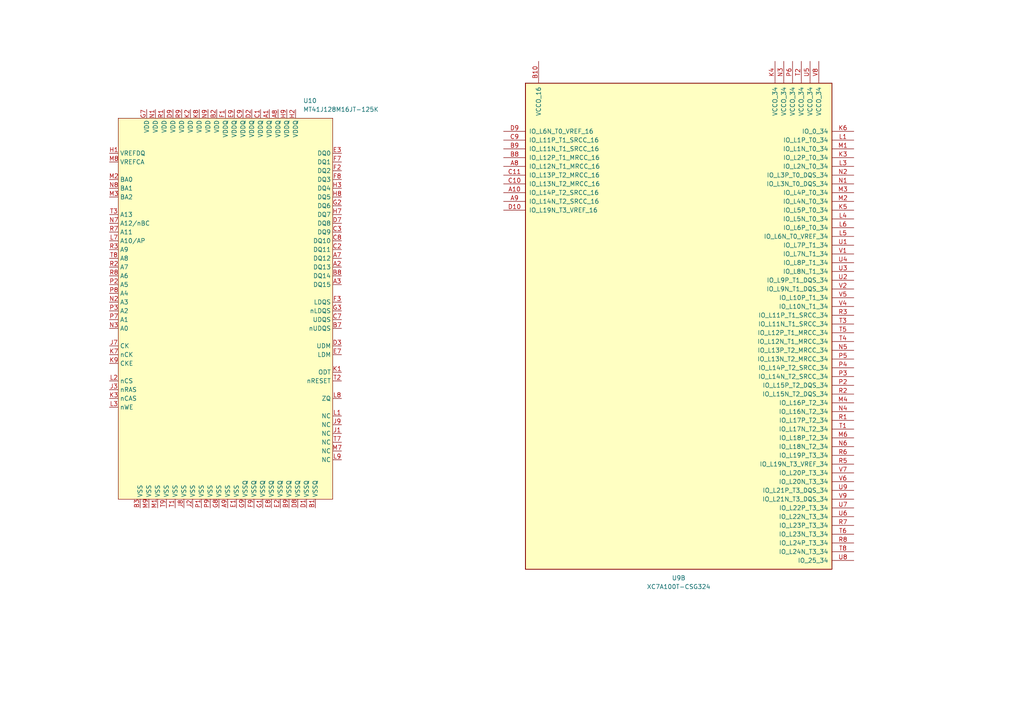
<source format=kicad_sch>
(kicad_sch (version 20230121) (generator eeschema)
  (paper "A4")
  (lib_symbols
    (symbol "0000_CustomComponents:MT41J128M16JT-125K"
      (property "Reference" "U" (at 1.27 24.13 0))
      (property "Value" "MT41J128M16JT-125K" (at 1.27 21.59 0))
      (symbol "MT41J128M16JT-125K_1_1"
        (rectangle (start -29.21 6.35) (end 33.02 -104.14) (fill (type background)))
        (pin passive line (at 14.605 8.89 270) (length 2.54) (name "VDDQ") (number "A1"))
        (pin passive line (at 35.56 -36.83 180) (length 2.54) (name "DQ13") (number "A2"))
        (pin passive line (at 35.56 -41.91 180) (length 2.54) (name "DQ15") (number "A3"))
        (pin passive line (at 35.56 -34.29 180) (length 2.54) (name "DQ12") (number "A7"))
        (pin passive line (at 17.145 8.89 270) (length 2.54) (name "VDDQ") (number "A8"))
        (pin passive line (at 2.54 -106.68 90) (length 2.54) (name "VSS") (number "A9"))
        (pin passive line (at 27.94 -106.68 90) (length 2.54) (name "VSSQ") (number "B1"))
        (pin passive line (at -0.635 8.89 270) (length 2.54) (name "VDD") (number "B2"))
        (pin passive line (at -22.86 -106.68 90) (length 2.54) (name "VSS") (number "B3"))
        (pin passive line (at 35.56 -54.61 180) (length 2.54) (name "nUDQS") (number "B7"))
        (pin passive line (at 35.56 -39.37 180) (length 2.54) (name "DQ14") (number "B8"))
        (pin passive line (at 20.32 -106.68 90) (length 2.54) (name "VSSQ") (number "B9"))
        (pin passive line (at 12.065 8.89 270) (length 2.54) (name "VDDQ") (number "C1"))
        (pin passive line (at 35.56 -31.75 180) (length 2.54) (name "DQ11") (number "C2"))
        (pin passive line (at 35.56 -26.67 180) (length 2.54) (name "DQ9") (number "C3"))
        (pin passive line (at 35.56 -52.07 180) (length 2.54) (name "UDQS") (number "C7"))
        (pin passive line (at 35.56 -29.21 180) (length 2.54) (name "DQ10") (number "C8"))
        (pin passive line (at 6.985 8.89 270) (length 2.54) (name "VDDQ") (number "C9"))
        (pin passive line (at 25.4 -106.68 90) (length 2.54) (name "VSSQ") (number "D1"))
        (pin passive line (at 9.525 8.89 270) (length 2.54) (name "VDDQ") (number "D2"))
        (pin passive line (at 35.56 -59.69 180) (length 2.54) (name "UDM") (number "D3"))
        (pin passive line (at 35.56 -24.13 180) (length 2.54) (name "DQ8") (number "D7"))
        (pin passive line (at 22.86 -106.68 90) (length 2.54) (name "VSSQ") (number "D8"))
        (pin passive line (at -13.335 8.89 270) (length 2.54) (name "VDD") (number "D9"))
        (pin passive line (at 5.08 -106.68 90) (length 2.54) (name "VSS") (number "E1"))
        (pin passive line (at 17.78 -106.68 90) (length 2.54) (name "VSSQ") (number "E2"))
        (pin passive line (at 35.56 -3.81 180) (length 2.54) (name "DQ0") (number "E3"))
        (pin passive line (at 35.56 -62.23 180) (length 2.54) (name "LDM") (number "E7"))
        (pin passive line (at 15.24 -106.68 90) (length 2.54) (name "VSSQ") (number "E8"))
        (pin passive line (at 4.445 8.89 270) (length 2.54) (name "VDDQ") (number "E9"))
        (pin passive line (at 1.905 8.89 270) (length 2.54) (name "VDDQ") (number "F1"))
        (pin passive line (at 35.56 -8.89 180) (length 2.54) (name "DQ2") (number "F2"))
        (pin passive line (at 35.56 -46.99 180) (length 2.54) (name "LDQS") (number "F3"))
        (pin passive line (at 35.56 -6.35 180) (length 2.54) (name "DQ1") (number "F7"))
        (pin passive line (at 35.56 -11.43 180) (length 2.54) (name "DQ3") (number "F8"))
        (pin passive line (at 10.16 -106.68 90) (length 2.54) (name "VSSQ") (number "F9"))
        (pin passive line (at 12.7 -106.68 90) (length 2.54) (name "VSSQ") (number "G1"))
        (pin passive line (at 35.56 -19.05 180) (length 2.54) (name "DQ6") (number "G2"))
        (pin passive line (at 35.56 -49.53 180) (length 2.54) (name "nLDQS") (number "G3"))
        (pin passive line (at -20.955 8.89 270) (length 2.54) (name "VDD") (number "G7"))
        (pin passive line (at 0 -106.68 90) (length 2.54) (name "VSS") (number "G8"))
        (pin passive line (at 7.62 -106.68 90) (length 2.54) (name "VSSQ") (number "G9"))
        (pin passive line (at -31.75 -3.81 0) (length 2.54) (name "VREFDQ") (number "H1"))
        (pin passive line (at 22.225 8.89 270) (length 2.54) (name "VDDQ") (number "H2"))
        (pin passive line (at 35.56 -13.97 180) (length 2.54) (name "DQ4") (number "H3"))
        (pin passive line (at 35.56 -21.59 180) (length 2.54) (name "DQ7") (number "H7"))
        (pin passive line (at 35.56 -16.51 180) (length 2.54) (name "DQ5") (number "H8"))
        (pin passive line (at 19.685 8.89 270) (length 2.54) (name "VDDQ") (number "H9"))
        (pin passive line (at 35.56 -85.09 180) (length 2.54) (name "NC") (number "J1"))
        (pin passive line (at -7.62 -106.68 90) (length 2.54) (name "VSS") (number "J2"))
        (pin passive line (at -31.75 -72.39 0) (length 2.54) (name "nRAS") (number "J3"))
        (pin passive line (at -31.75 -59.69 0) (length 2.54) (name "CK") (number "J7"))
        (pin passive line (at -10.16 -106.68 90) (length 2.54) (name "VSS") (number "J8"))
        (pin passive line (at 35.56 -82.55 180) (length 2.54) (name "NC") (number "J9"))
        (pin passive line (at 35.56 -67.31 180) (length 2.54) (name "ODT") (number "K1"))
        (pin passive line (at -8.255 8.89 270) (length 2.54) (name "VDD") (number "K2"))
        (pin passive line (at -31.75 -74.93 0) (length 2.54) (name "nCAS") (number "K3"))
        (pin passive line (at -31.75 -62.23 0) (length 2.54) (name "nCK") (number "K7"))
        (pin passive line (at -5.715 8.89 270) (length 2.54) (name "VDD") (number "K8"))
        (pin passive line (at -31.75 -64.77 0) (length 2.54) (name "CKE") (number "K9"))
        (pin passive line (at 35.56 -80.01 180) (length 2.54) (name "NC") (number "L1"))
        (pin passive line (at -31.75 -69.85 0) (length 2.54) (name "nCS") (number "L2"))
        (pin passive line (at -31.75 -77.47 0) (length 2.54) (name "nWE") (number "L3"))
        (pin passive line (at -31.75 -29.21 0) (length 2.54) (name "A10/AP") (number "L7"))
        (pin passive line (at 35.56 -74.93 180) (length 2.54) (name "ZQ") (number "L8"))
        (pin passive line (at 35.56 -92.71 180) (length 2.54) (name "NC") (number "L9"))
        (pin passive line (at -17.78 -106.68 90) (length 2.54) (name "VSS") (number "M1"))
        (pin passive line (at -31.75 -11.43 0) (length 2.54) (name "BA0") (number "M2"))
        (pin passive line (at -31.75 -16.51 0) (length 2.54) (name "BA2") (number "M3"))
        (pin passive line (at 35.56 -90.17 180) (length 2.54) (name "NC") (number "M7"))
        (pin passive line (at -31.75 -6.35 0) (length 2.54) (name "VREFCA") (number "M8"))
        (pin passive line (at -20.32 -106.68 90) (length 2.54) (name "VSS") (number "M9"))
        (pin passive line (at -18.415 8.89 270) (length 2.54) (name "VDD") (number "N1"))
        (pin passive line (at -31.75 -46.99 0) (length 2.54) (name "A3") (number "N2"))
        (pin passive line (at -31.75 -54.61 0) (length 2.54) (name "A0") (number "N3"))
        (pin passive line (at -31.75 -24.13 0) (length 2.54) (name "A12/nBC") (number "N7"))
        (pin passive line (at -31.75 -13.97 0) (length 2.54) (name "BA1") (number "N8"))
        (pin passive line (at -3.175 8.89 270) (length 2.54) (name "VDD") (number "N9"))
        (pin passive line (at -5.08 -106.68 90) (length 2.54) (name "VSS") (number "P1"))
        (pin passive line (at -31.75 -41.91 0) (length 2.54) (name "A5") (number "P2"))
        (pin passive line (at -31.75 -49.53 0) (length 2.54) (name "A2") (number "P3"))
        (pin passive line (at -31.75 -52.07 0) (length 2.54) (name "A1") (number "P7"))
        (pin passive line (at -31.75 -44.45 0) (length 2.54) (name "A4") (number "P8"))
        (pin passive line (at -2.54 -106.68 90) (length 2.54) (name "VSS") (number "P9"))
        (pin passive line (at -15.875 8.89 270) (length 2.54) (name "VDD") (number "R1"))
        (pin passive line (at -31.75 -36.83 0) (length 2.54) (name "A7") (number "R2"))
        (pin passive line (at -31.75 -31.75 0) (length 2.54) (name "A9") (number "R3"))
        (pin passive line (at -31.75 -26.67 0) (length 2.54) (name "A11") (number "R7"))
        (pin passive line (at -31.75 -39.37 0) (length 2.54) (name "A6") (number "R8"))
        (pin passive line (at -10.795 8.89 270) (length 2.54) (name "VDD") (number "R9"))
        (pin passive line (at -12.7 -106.68 90) (length 2.54) (name "VSS") (number "T1"))
        (pin passive line (at 35.56 -69.85 180) (length 2.54) (name "nRESET") (number "T2"))
        (pin passive line (at -31.75 -21.59 0) (length 2.54) (name "A13") (number "T3"))
        (pin passive line (at 35.56 -87.63 180) (length 2.54) (name "NC") (number "T7"))
        (pin passive line (at -31.75 -34.29 0) (length 2.54) (name "A8") (number "T8"))
        (pin passive line (at -15.24 -106.68 90) (length 2.54) (name "VSS") (number "T9"))
      )
    )
    (symbol "FPGA_Xilinx_Artix7:XC7A100T-CSG324" (pin_names (offset 1.016))
      (property "Reference" "U" (at 0 1.27 0))
      (property "Value" "XC7A100T-CSG324" (at 0 -1.27 0))
      (symbol "XC7A100T-CSG324_1_1"
        (rectangle (start -44.45 67.31) (end 44.45 -73.66) (stroke (width 0.254)) (fill (type background)))
        (pin bidirectional line (at 50.8 33.02 180) (length 6.35) (name "IO_L4N_T0_15") (number "A11"))
        (pin bidirectional line (at 50.8 10.16 180) (length 6.35) (name "IO_L9P_T1_DQS_AD3P_15") (number "A13"))
        (pin bidirectional line (at 50.8 7.62 180) (length 6.35) (name "IO_L9N_T1_DQS_AD3N_15") (number "A14"))
        (pin bidirectional line (at 50.8 15.24 180) (length 6.35) (name "IO_L8P_T1_AD10P_15") (number "A15"))
        (pin bidirectional line (at 50.8 12.7 180) (length 6.35) (name "IO_L8N_T1_AD10N_15") (number "A16"))
        (pin power_in line (at 27.94 73.66 270) (length 6.35) (name "VCCO_15") (number "A17"))
        (pin bidirectional line (at 50.8 2.54 180) (length 6.35) (name "IO_L10N_T1_AD11N_15") (number "A18"))
        (pin bidirectional line (at 50.8 35.56 180) (length 6.35) (name "IO_L4P_T0_15") (number "B11"))
        (pin bidirectional line (at 50.8 38.1 180) (length 6.35) (name "IO_L3N_T0_DQS_AD1N_15") (number "B12"))
        (pin bidirectional line (at 50.8 45.72 180) (length 6.35) (name "IO_L2P_T0_AD8P_15") (number "B13"))
        (pin bidirectional line (at 50.8 43.18 180) (length 6.35) (name "IO_L2N_T0_AD8N_15") (number "B14"))
        (pin bidirectional line (at 50.8 20.32 180) (length 6.35) (name "IO_L7P_T1_AD2P_15") (number "B16"))
        (pin bidirectional line (at 50.8 17.78 180) (length 6.35) (name "IO_L7N_T1_AD2N_15") (number "B17"))
        (pin bidirectional line (at 50.8 5.08 180) (length 6.35) (name "IO_L10P_T1_AD11P_15") (number "B18"))
        (pin bidirectional line (at 50.8 40.64 180) (length 6.35) (name "IO_L3P_T0_DQS_AD1P_15") (number "C12"))
        (pin power_in line (at 30.48 73.66 270) (length 6.35) (name "VCCO_15") (number "C13"))
        (pin bidirectional line (at 50.8 48.26 180) (length 6.35) (name "IO_L1N_T0_AD0N_15") (number "C14"))
        (pin bidirectional line (at 50.8 -7.62 180) (length 6.35) (name "IO_L12N_T1_MRCC_15") (number "C15"))
        (pin bidirectional line (at 50.8 -45.72 180) (length 6.35) (name "IO_L20P_T3_A20_15") (number "C16"))
        (pin bidirectional line (at 50.8 -48.26 180) (length 6.35) (name "IO_L20N_T3_A19_15") (number "C17"))
        (pin bidirectional line (at 50.8 25.4 180) (length 6.35) (name "IO_L6P_T0_15") (number "D12"))
        (pin bidirectional line (at 50.8 22.86 180) (length 6.35) (name "IO_L6N_T0_VREF_15") (number "D13"))
        (pin bidirectional line (at 50.8 50.8 180) (length 6.35) (name "IO_L1P_T0_AD0P_15") (number "D14"))
        (pin bidirectional line (at 50.8 -5.08 180) (length 6.35) (name "IO_L12P_T1_MRCC_15") (number "D15"))
        (pin power_in line (at 33.02 73.66 270) (length 6.35) (name "VCCO_15") (number "D16"))
        (pin bidirectional line (at 50.8 -27.94 180) (length 6.35) (name "IO_L16N_T2_A27_15") (number "D17"))
        (pin bidirectional line (at 50.8 -53.34 180) (length 6.35) (name "IO_L21N_T3_DQS_A18_15") (number "D18"))
        (pin bidirectional line (at 50.8 0 180) (length 6.35) (name "IO_L11P_T1_SRCC_15") (number "E15"))
        (pin bidirectional line (at 50.8 -2.54 180) (length 6.35) (name "IO_L11N_T1_SRCC_15") (number "E16"))
        (pin bidirectional line (at 50.8 -25.4 180) (length 6.35) (name "IO_L16P_T2_A28_15") (number "E17"))
        (pin bidirectional line (at 50.8 -50.8 180) (length 6.35) (name "IO_L21P_T3_DQS_15") (number "E18"))
        (pin bidirectional line (at 50.8 30.48 180) (length 6.35) (name "IO_L5P_T0_AD9P_15") (number "F13"))
        (pin bidirectional line (at 50.8 27.94 180) (length 6.35) (name "IO_L5N_T0_AD9N_15") (number "F14"))
        (pin bidirectional line (at 50.8 -15.24 180) (length 6.35) (name "IO_L14P_T2_SRCC_15") (number "F15"))
        (pin bidirectional line (at 50.8 -17.78 180) (length 6.35) (name "IO_L14N_T2_SRCC_15") (number "F16"))
        (pin bidirectional line (at 50.8 -58.42 180) (length 6.35) (name "IO_L22N_T3_A16_15") (number "F18"))
        (pin bidirectional line (at 50.8 53.34 180) (length 6.35) (name "IO_0_15") (number "G13"))
        (pin bidirectional line (at 50.8 -22.86 180) (length 6.35) (name "IO_L15N_T2_DQS_ADV_B_15") (number "G14"))
        (pin power_in line (at 35.56 73.66 270) (length 6.35) (name "VCCO_15") (number "G15"))
        (pin bidirectional line (at 50.8 -12.7 180) (length 6.35) (name "IO_L13N_T2_MRCC_15") (number "G16"))
        (pin bidirectional line (at 50.8 -38.1 180) (length 6.35) (name "IO_L18N_T2_A23_15") (number "G17"))
        (pin bidirectional line (at 50.8 -55.88 180) (length 6.35) (name "IO_L22P_T3_A17_15") (number "G18"))
        (pin bidirectional line (at 50.8 -20.32 180) (length 6.35) (name "IO_L15P_T2_DQS_15") (number "H14"))
        (pin bidirectional line (at 50.8 -43.18 180) (length 6.35) (name "IO_L19N_T3_A21_VREF_15") (number "H15"))
        (pin bidirectional line (at 50.8 -10.16 180) (length 6.35) (name "IO_L13P_T2_MRCC_15") (number "H16"))
        (pin bidirectional line (at 50.8 -35.56 180) (length 6.35) (name "IO_L18P_T2_A24_15") (number "H17"))
        (pin power_in line (at 38.1 73.66 270) (length 6.35) (name "VCCO_15") (number "H18"))
        (pin bidirectional line (at 50.8 -33.02 180) (length 6.35) (name "IO_L17N_T2_A25_15") (number "J13"))
        (pin bidirectional line (at 50.8 -40.64 180) (length 6.35) (name "IO_L19P_T3_A22_15") (number "J14"))
        (pin bidirectional line (at 50.8 -68.58 180) (length 6.35) (name "IO_L24N_T3_RS0_15") (number "J15"))
        (pin bidirectional line (at 50.8 -60.96 180) (length 6.35) (name "IO_L23P_T3_FOE_B_15") (number "J17"))
        (pin bidirectional line (at 50.8 -63.5 180) (length 6.35) (name "IO_L23N_T3_FWE_B_15") (number "J18"))
        (pin bidirectional line (at 50.8 -30.48 180) (length 6.35) (name "IO_L17P_T2_A26_15") (number "K13"))
        (pin power_in line (at 40.64 73.66 270) (length 6.35) (name "VCCO_15") (number "K14"))
        (pin bidirectional line (at 50.8 -66.04 180) (length 6.35) (name "IO_L24P_T3_RS1_15") (number "K15"))
        (pin bidirectional line (at 50.8 -71.12 180) (length 6.35) (name "IO_25_15") (number "K16"))
        (pin bidirectional line (at -50.8 50.8 0) (length 6.35) (name "IO_L1P_T0_D00_MOSI_14") (number "K17"))
        (pin bidirectional line (at -50.8 48.26 0) (length 6.35) (name "IO_L1N_T0_D01_DIN_14") (number "K18"))
        (pin bidirectional line (at -50.8 25.4 0) (length 6.35) (name "IO_L6P_T0_FCS_B_14") (number "L13"))
        (pin bidirectional line (at -50.8 45.72 0) (length 6.35) (name "IO_L2P_T0_D02_14") (number "L14"))
        (pin bidirectional line (at -50.8 40.64 0) (length 6.35) (name "IO_L3P_T0_DQS_PUDC_B_14") (number "L15"))
        (pin bidirectional line (at -50.8 38.1 0) (length 6.35) (name "IO_L3N_T0_DQS_EMCCLK_14") (number "L16"))
        (pin power_in line (at -40.64 73.66 270) (length 6.35) (name "VCCO_14") (number "L17"))
        (pin bidirectional line (at -50.8 35.56 0) (length 6.35) (name "IO_L4P_T0_D04_14") (number "L18"))
        (pin bidirectional line (at -50.8 22.86 0) (length 6.35) (name "IO_L6N_T0_D08_VREF_14") (number "M13"))
        (pin bidirectional line (at -50.8 43.18 0) (length 6.35) (name "IO_L2N_T0_D03_14") (number "M14"))
        (pin bidirectional line (at -50.8 5.08 0) (length 6.35) (name "IO_L10P_T1_D14_14") (number "M16"))
        (pin bidirectional line (at -50.8 2.54 0) (length 6.35) (name "IO_L10N_T1_D15_14") (number "M17"))
        (pin bidirectional line (at -50.8 33.02 0) (length 6.35) (name "IO_L4N_T0_D05_14") (number "M18"))
        (pin power_in line (at -38.1 73.66 270) (length 6.35) (name "VCCO_14") (number "N13"))
        (pin bidirectional line (at -50.8 15.24 0) (length 6.35) (name "IO_L8P_T1_D11_14") (number "N14"))
        (pin bidirectional line (at -50.8 0 0) (length 6.35) (name "IO_L11P_T1_SRCC_14") (number "N15"))
        (pin bidirectional line (at -50.8 -2.54 0) (length 6.35) (name "IO_L11N_T1_SRCC_14") (number "N16"))
        (pin bidirectional line (at -50.8 10.16 0) (length 6.35) (name "IO_L9P_T1_DQS_14") (number "N17"))
        (pin bidirectional line (at -50.8 12.7 0) (length 6.35) (name "IO_L8N_T1_D12_14") (number "P14"))
        (pin bidirectional line (at -50.8 -10.16 0) (length 6.35) (name "IO_L13P_T2_MRCC_14") (number "P15"))
        (pin power_in line (at -35.56 73.66 270) (length 6.35) (name "VCCO_14") (number "P16"))
        (pin bidirectional line (at -50.8 -5.08 0) (length 6.35) (name "IO_L12P_T1_MRCC_14") (number "P17"))
        (pin bidirectional line (at -50.8 7.62 0) (length 6.35) (name "IO_L9N_T1_DQS_D13_14") (number "P18"))
        (pin bidirectional line (at -50.8 -71.12 0) (length 6.35) (name "IO_25_14") (number "R10"))
        (pin bidirectional line (at -50.8 53.34 0) (length 6.35) (name "IO_0_14") (number "R11"))
        (pin bidirectional line (at -50.8 30.48 0) (length 6.35) (name "IO_L5P_T0_D06_14") (number "R12"))
        (pin bidirectional line (at -50.8 27.94 0) (length 6.35) (name "IO_L5N_T0_D07_14") (number "R13"))
        (pin bidirectional line (at -50.8 -12.7 0) (length 6.35) (name "IO_L13N_T2_MRCC_14") (number "R15"))
        (pin bidirectional line (at -50.8 -20.32 0) (length 6.35) (name "IO_L15P_T2_DQS_RDWR_B_14") (number "R16"))
        (pin bidirectional line (at -50.8 -7.62 0) (length 6.35) (name "IO_L12N_T1_MRCC_14") (number "R17"))
        (pin bidirectional line (at -50.8 20.32 0) (length 6.35) (name "IO_L7P_T1_D09_14") (number "R18"))
        (pin bidirectional line (at -50.8 -68.58 0) (length 6.35) (name "IO_L24N_T3_A00_D16_14") (number "T10"))
        (pin bidirectional line (at -50.8 -40.64 0) (length 6.35) (name "IO_L19P_T3_A10_D26_14") (number "T11"))
        (pin power_in line (at -33.02 73.66 270) (length 6.35) (name "VCCO_14") (number "T12"))
        (pin bidirectional line (at -50.8 -60.96 0) (length 6.35) (name "IO_L23P_T3_A03_D19_14") (number "T13"))
        (pin bidirectional line (at -50.8 -15.24 0) (length 6.35) (name "IO_L14P_T2_SRCC_14") (number "T14"))
        (pin bidirectional line (at -50.8 -17.78 0) (length 6.35) (name "IO_L14N_T2_SRCC_14") (number "T15"))
        (pin bidirectional line (at -50.8 -22.86 0) (length 6.35) (name "IO_L15N_T2_DQS_DOUT_CSO_B_14") (number "T16"))
        (pin bidirectional line (at -50.8 17.78 0) (length 6.35) (name "IO_L7N_T1_D10_14") (number "T18"))
        (pin bidirectional line (at -50.8 -66.04 0) (length 6.35) (name "IO_L24P_T3_A01_D17_14") (number "T9"))
        (pin bidirectional line (at -50.8 -43.18 0) (length 6.35) (name "IO_L19N_T3_A09_D25_VREF_14") (number "U11"))
        (pin bidirectional line (at -50.8 -45.72 0) (length 6.35) (name "IO_L20P_T3_A08_D24_14") (number "U12"))
        (pin bidirectional line (at -50.8 -63.5 0) (length 6.35) (name "IO_L23N_T3_A02_D18_14") (number "U13"))
        (pin bidirectional line (at -50.8 -55.88 0) (length 6.35) (name "IO_L22P_T3_A05_D21_14") (number "U14"))
        (pin power_in line (at -30.48 73.66 270) (length 6.35) (name "VCCO_14") (number "U15"))
        (pin bidirectional line (at -50.8 -35.56 0) (length 6.35) (name "IO_L18P_T2_A12_D28_14") (number "U16"))
        (pin bidirectional line (at -50.8 -30.48 0) (length 6.35) (name "IO_L17P_T2_A14_D30_14") (number "U17"))
        (pin bidirectional line (at -50.8 -33.02 0) (length 6.35) (name "IO_L17N_T2_A13_D29_14") (number "U18"))
        (pin bidirectional line (at -50.8 -50.8 0) (length 6.35) (name "IO_L21P_T3_DQS_14") (number "V10"))
        (pin bidirectional line (at -50.8 -53.34 0) (length 6.35) (name "IO_L21N_T3_DQS_A06_D22_14") (number "V11"))
        (pin bidirectional line (at -50.8 -48.26 0) (length 6.35) (name "IO_L20N_T3_A07_D23_14") (number "V12"))
        (pin bidirectional line (at -50.8 -58.42 0) (length 6.35) (name "IO_L22N_T3_A04_D20_14") (number "V14"))
        (pin bidirectional line (at -50.8 -25.4 0) (length 6.35) (name "IO_L16P_T2_CSI_B_14") (number "V15"))
        (pin bidirectional line (at -50.8 -27.94 0) (length 6.35) (name "IO_L16N_T2_A15_D31_14") (number "V16"))
        (pin bidirectional line (at -50.8 -38.1 0) (length 6.35) (name "IO_L18N_T2_A11_D27_14") (number "V17"))
        (pin power_in line (at -27.94 73.66 270) (length 6.35) (name "VCCO_14") (number "V18"))
      )
      (symbol "XC7A100T-CSG324_2_1"
        (rectangle (start -44.45 67.31) (end 44.45 -73.66) (stroke (width 0.254)) (fill (type background)))
        (pin bidirectional line (at -50.8 35.56 0) (length 6.35) (name "IO_L14P_T2_SRCC_16") (number "A10"))
        (pin bidirectional line (at -50.8 43.18 0) (length 6.35) (name "IO_L12N_T1_MRCC_16") (number "A8"))
        (pin bidirectional line (at -50.8 33.02 0) (length 6.35) (name "IO_L14N_T2_SRCC_16") (number "A9"))
        (pin power_in line (at -40.64 73.66 270) (length 6.35) (name "VCCO_16") (number "B10"))
        (pin bidirectional line (at -50.8 45.72 0) (length 6.35) (name "IO_L12P_T1_MRCC_16") (number "B8"))
        (pin bidirectional line (at -50.8 48.26 0) (length 6.35) (name "IO_L11N_T1_SRCC_16") (number "B9"))
        (pin bidirectional line (at -50.8 38.1 0) (length 6.35) (name "IO_L13N_T2_MRCC_16") (number "C10"))
        (pin bidirectional line (at -50.8 40.64 0) (length 6.35) (name "IO_L13P_T2_MRCC_16") (number "C11"))
        (pin bidirectional line (at -50.8 50.8 0) (length 6.35) (name "IO_L11P_T1_SRCC_16") (number "C9"))
        (pin bidirectional line (at -50.8 30.48 0) (length 6.35) (name "IO_L19N_T3_VREF_16") (number "D10"))
        (pin bidirectional line (at -50.8 53.34 0) (length 6.35) (name "IO_L6N_T0_VREF_16") (number "D9"))
        (pin bidirectional line (at 50.8 45.72 180) (length 6.35) (name "IO_L2P_T0_34") (number "K3"))
        (pin power_in line (at 27.94 73.66 270) (length 6.35) (name "VCCO_34") (number "K4"))
        (pin bidirectional line (at 50.8 30.48 180) (length 6.35) (name "IO_L5P_T0_34") (number "K5"))
        (pin bidirectional line (at 50.8 53.34 180) (length 6.35) (name "IO_0_34") (number "K6"))
        (pin bidirectional line (at 50.8 50.8 180) (length 6.35) (name "IO_L1P_T0_34") (number "L1"))
        (pin bidirectional line (at 50.8 43.18 180) (length 6.35) (name "IO_L2N_T0_34") (number "L3"))
        (pin bidirectional line (at 50.8 27.94 180) (length 6.35) (name "IO_L5N_T0_34") (number "L4"))
        (pin bidirectional line (at 50.8 22.86 180) (length 6.35) (name "IO_L6N_T0_VREF_34") (number "L5"))
        (pin bidirectional line (at 50.8 25.4 180) (length 6.35) (name "IO_L6P_T0_34") (number "L6"))
        (pin bidirectional line (at 50.8 48.26 180) (length 6.35) (name "IO_L1N_T0_34") (number "M1"))
        (pin bidirectional line (at 50.8 33.02 180) (length 6.35) (name "IO_L4N_T0_34") (number "M2"))
        (pin bidirectional line (at 50.8 35.56 180) (length 6.35) (name "IO_L4P_T0_34") (number "M3"))
        (pin bidirectional line (at 50.8 -25.4 180) (length 6.35) (name "IO_L16P_T2_34") (number "M4"))
        (pin bidirectional line (at 50.8 -35.56 180) (length 6.35) (name "IO_L18P_T2_34") (number "M6"))
        (pin bidirectional line (at 50.8 38.1 180) (length 6.35) (name "IO_L3N_T0_DQS_34") (number "N1"))
        (pin bidirectional line (at 50.8 40.64 180) (length 6.35) (name "IO_L3P_T0_DQS_34") (number "N2"))
        (pin power_in line (at 30.48 73.66 270) (length 6.35) (name "VCCO_34") (number "N3"))
        (pin bidirectional line (at 50.8 -27.94 180) (length 6.35) (name "IO_L16N_T2_34") (number "N4"))
        (pin bidirectional line (at 50.8 -10.16 180) (length 6.35) (name "IO_L13P_T2_MRCC_34") (number "N5"))
        (pin bidirectional line (at 50.8 -38.1 180) (length 6.35) (name "IO_L18N_T2_34") (number "N6"))
        (pin bidirectional line (at 50.8 -20.32 180) (length 6.35) (name "IO_L15P_T2_DQS_34") (number "P2"))
        (pin bidirectional line (at 50.8 -17.78 180) (length 6.35) (name "IO_L14N_T2_SRCC_34") (number "P3"))
        (pin bidirectional line (at 50.8 -15.24 180) (length 6.35) (name "IO_L14P_T2_SRCC_34") (number "P4"))
        (pin bidirectional line (at 50.8 -12.7 180) (length 6.35) (name "IO_L13N_T2_MRCC_34") (number "P5"))
        (pin power_in line (at 33.02 73.66 270) (length 6.35) (name "VCCO_34") (number "P6"))
        (pin bidirectional line (at 50.8 -30.48 180) (length 6.35) (name "IO_L17P_T2_34") (number "R1"))
        (pin bidirectional line (at 50.8 -22.86 180) (length 6.35) (name "IO_L15N_T2_DQS_34") (number "R2"))
        (pin bidirectional line (at 50.8 0 180) (length 6.35) (name "IO_L11P_T1_SRCC_34") (number "R3"))
        (pin bidirectional line (at 50.8 -43.18 180) (length 6.35) (name "IO_L19N_T3_VREF_34") (number "R5"))
        (pin bidirectional line (at 50.8 -40.64 180) (length 6.35) (name "IO_L19P_T3_34") (number "R6"))
        (pin bidirectional line (at 50.8 -60.96 180) (length 6.35) (name "IO_L23P_T3_34") (number "R7"))
        (pin bidirectional line (at 50.8 -66.04 180) (length 6.35) (name "IO_L24P_T3_34") (number "R8"))
        (pin bidirectional line (at 50.8 -33.02 180) (length 6.35) (name "IO_L17N_T2_34") (number "T1"))
        (pin power_in line (at 35.56 73.66 270) (length 6.35) (name "VCCO_34") (number "T2"))
        (pin bidirectional line (at 50.8 -2.54 180) (length 6.35) (name "IO_L11N_T1_SRCC_34") (number "T3"))
        (pin bidirectional line (at 50.8 -7.62 180) (length 6.35) (name "IO_L12N_T1_MRCC_34") (number "T4"))
        (pin bidirectional line (at 50.8 -5.08 180) (length 6.35) (name "IO_L12P_T1_MRCC_34") (number "T5"))
        (pin bidirectional line (at 50.8 -63.5 180) (length 6.35) (name "IO_L23N_T3_34") (number "T6"))
        (pin bidirectional line (at 50.8 -68.58 180) (length 6.35) (name "IO_L24N_T3_34") (number "T8"))
        (pin bidirectional line (at 50.8 20.32 180) (length 6.35) (name "IO_L7P_T1_34") (number "U1"))
        (pin bidirectional line (at 50.8 10.16 180) (length 6.35) (name "IO_L9P_T1_DQS_34") (number "U2"))
        (pin bidirectional line (at 50.8 12.7 180) (length 6.35) (name "IO_L8N_T1_34") (number "U3"))
        (pin bidirectional line (at 50.8 15.24 180) (length 6.35) (name "IO_L8P_T1_34") (number "U4"))
        (pin power_in line (at 38.1 73.66 270) (length 6.35) (name "VCCO_34") (number "U5"))
        (pin bidirectional line (at 50.8 -58.42 180) (length 6.35) (name "IO_L22N_T3_34") (number "U6"))
        (pin bidirectional line (at 50.8 -55.88 180) (length 6.35) (name "IO_L22P_T3_34") (number "U7"))
        (pin bidirectional line (at 50.8 -71.12 180) (length 6.35) (name "IO_25_34") (number "U8"))
        (pin bidirectional line (at 50.8 -50.8 180) (length 6.35) (name "IO_L21P_T3_DQS_34") (number "U9"))
        (pin bidirectional line (at 50.8 17.78 180) (length 6.35) (name "IO_L7N_T1_34") (number "V1"))
        (pin bidirectional line (at 50.8 7.62 180) (length 6.35) (name "IO_L9N_T1_DQS_34") (number "V2"))
        (pin bidirectional line (at 50.8 2.54 180) (length 6.35) (name "IO_L10N_T1_34") (number "V4"))
        (pin bidirectional line (at 50.8 5.08 180) (length 6.35) (name "IO_L10P_T1_34") (number "V5"))
        (pin bidirectional line (at 50.8 -48.26 180) (length 6.35) (name "IO_L20N_T3_34") (number "V6"))
        (pin bidirectional line (at 50.8 -45.72 180) (length 6.35) (name "IO_L20P_T3_34") (number "V7"))
        (pin power_in line (at 40.64 73.66 270) (length 6.35) (name "VCCO_34") (number "V8"))
        (pin bidirectional line (at 50.8 -53.34 180) (length 6.35) (name "IO_L21N_T3_DQS_34") (number "V9"))
      )
      (symbol "XC7A100T-CSG324_3_1"
        (rectangle (start -44.45 67.31) (end 44.45 -73.66) (stroke (width 0.254)) (fill (type background)))
        (pin bidirectional line (at -50.8 7.62 0) (length 6.35) (name "IO_L9N_T1_DQS_AD7N_35") (number "A1"))
        (pin bidirectional line (at -50.8 12.7 0) (length 6.35) (name "IO_L8N_T1_AD14N_35") (number "A3"))
        (pin bidirectional line (at -50.8 15.24 0) (length 6.35) (name "IO_L8P_T1_AD14P_35") (number "A4"))
        (pin bidirectional line (at -50.8 38.1 0) (length 6.35) (name "IO_L3N_T0_DQS_AD5N_35") (number "A5"))
        (pin bidirectional line (at -50.8 40.64 0) (length 6.35) (name "IO_L3P_T0_DQS_AD5P_35") (number "A6"))
        (pin power_in line (at -40.64 73.66 270) (length 6.35) (name "VCCO_35") (number "A7"))
        (pin bidirectional line (at -50.8 10.16 0) (length 6.35) (name "IO_L9P_T1_DQS_AD7P_35") (number "B1"))
        (pin bidirectional line (at -50.8 2.54 0) (length 6.35) (name "IO_L10N_T1_AD15N_35") (number "B2"))
        (pin bidirectional line (at -50.8 5.08 0) (length 6.35) (name "IO_L10P_T1_AD15P_35") (number "B3"))
        (pin bidirectional line (at -50.8 17.78 0) (length 6.35) (name "IO_L7N_T1_AD6N_35") (number "B4"))
        (pin bidirectional line (at -50.8 43.18 0) (length 6.35) (name "IO_L2N_T0_AD12N_35") (number "B6"))
        (pin bidirectional line (at -50.8 45.72 0) (length 6.35) (name "IO_L2P_T0_AD12P_35") (number "B7"))
        (pin bidirectional line (at -50.8 -27.94 0) (length 6.35) (name "IO_L16N_T2_35") (number "C1"))
        (pin bidirectional line (at -50.8 -25.4 0) (length 6.35) (name "IO_L16P_T2_35") (number "C2"))
        (pin power_in line (at -38.1 73.66 270) (length 6.35) (name "VCCO_35") (number "C3"))
        (pin bidirectional line (at -50.8 20.32 0) (length 6.35) (name "IO_L7P_T1_AD6P_35") (number "C4"))
        (pin bidirectional line (at -50.8 48.26 0) (length 6.35) (name "IO_L1N_T0_AD4N_35") (number "C5"))
        (pin bidirectional line (at -50.8 50.8 0) (length 6.35) (name "IO_L1P_T0_AD4P_35") (number "C6"))
        (pin bidirectional line (at -50.8 33.02 0) (length 6.35) (name "IO_L4N_T0_35") (number "C7"))
        (pin bidirectional line (at -50.8 -17.78 0) (length 6.35) (name "IO_L14N_T2_SRCC_35") (number "D2"))
        (pin bidirectional line (at -50.8 -7.62 0) (length 6.35) (name "IO_L12N_T1_MRCC_35") (number "D3"))
        (pin bidirectional line (at -50.8 -2.54 0) (length 6.35) (name "IO_L11N_T1_SRCC_35") (number "D4"))
        (pin bidirectional line (at -50.8 0 0) (length 6.35) (name "IO_L11P_T1_SRCC_35") (number "D5"))
        (pin power_in line (at -35.56 73.66 270) (length 6.35) (name "VCCO_35") (number "D6"))
        (pin bidirectional line (at -50.8 22.86 0) (length 6.35) (name "IO_L6N_T0_VREF_35") (number "D7"))
        (pin bidirectional line (at -50.8 35.56 0) (length 6.35) (name "IO_L4P_T0_35") (number "D8"))
        (pin bidirectional line (at -50.8 -38.1 0) (length 6.35) (name "IO_L18N_T2_35") (number "E1"))
        (pin bidirectional line (at -50.8 -15.24 0) (length 6.35) (name "IO_L14P_T2_SRCC_35") (number "E2"))
        (pin bidirectional line (at -50.8 -5.08 0) (length 6.35) (name "IO_L12P_T1_MRCC_35") (number "E3"))
        (pin bidirectional line (at -50.8 27.94 0) (length 6.35) (name "IO_L5N_T0_AD13N_35") (number "E5"))
        (pin bidirectional line (at -50.8 30.48 0) (length 6.35) (name "IO_L5P_T0_AD13P_35") (number "E6"))
        (pin bidirectional line (at -50.8 25.4 0) (length 6.35) (name "IO_L6P_T0_35") (number "E7"))
        (pin bidirectional line (at -50.8 -35.56 0) (length 6.35) (name "IO_L18P_T2_35") (number "F1"))
        (pin power_in line (at -33.02 73.66 270) (length 6.35) (name "VCCO_35") (number "F2"))
        (pin bidirectional line (at -50.8 -12.7 0) (length 6.35) (name "IO_L13N_T2_MRCC_35") (number "F3"))
        (pin bidirectional line (at -50.8 -10.16 0) (length 6.35) (name "IO_L13P_T2_MRCC_35") (number "F4"))
        (pin bidirectional line (at -50.8 53.34 0) (length 6.35) (name "IO_0_35") (number "F5"))
        (pin bidirectional line (at -50.8 -43.18 0) (length 6.35) (name "IO_L19N_T3_VREF_35") (number "F6"))
        (pin bidirectional line (at -50.8 -33.02 0) (length 6.35) (name "IO_L17N_T2_35") (number "G1"))
        (pin bidirectional line (at -50.8 -22.86 0) (length 6.35) (name "IO_L15N_T2_DQS_35") (number "G2"))
        (pin bidirectional line (at -50.8 -48.26 0) (length 6.35) (name "IO_L20N_T3_35") (number "G3"))
        (pin bidirectional line (at -50.8 -45.72 0) (length 6.35) (name "IO_L20P_T3_35") (number "G4"))
        (pin power_in line (at -30.48 73.66 270) (length 6.35) (name "VCCO_35") (number "G5"))
        (pin bidirectional line (at -50.8 -40.64 0) (length 6.35) (name "IO_L19P_T3_35") (number "G6"))
        (pin bidirectional line (at -50.8 -30.48 0) (length 6.35) (name "IO_L17P_T2_35") (number "H1"))
        (pin bidirectional line (at -50.8 -20.32 0) (length 6.35) (name "IO_L15P_T2_DQS_35") (number "H2"))
        (pin bidirectional line (at -50.8 -53.34 0) (length 6.35) (name "IO_L21N_T3_DQS_35") (number "H4"))
        (pin bidirectional line (at -50.8 -68.58 0) (length 6.35) (name "IO_L24N_T3_35") (number "H5"))
        (pin bidirectional line (at -50.8 -66.04 0) (length 6.35) (name "IO_L24P_T3_35") (number "H6"))
        (pin power_in line (at -27.94 73.66 270) (length 6.35) (name "VCCO_35") (number "J1"))
        (pin bidirectional line (at -50.8 -58.42 0) (length 6.35) (name "IO_L22N_T3_35") (number "J2"))
        (pin bidirectional line (at -50.8 -55.88 0) (length 6.35) (name "IO_L22P_T3_35") (number "J3"))
        (pin bidirectional line (at -50.8 -50.8 0) (length 6.35) (name "IO_L21P_T3_DQS_35") (number "J4"))
        (pin bidirectional line (at -50.8 -71.12 0) (length 6.35) (name "IO_25_35") (number "J5"))
        (pin bidirectional line (at -50.8 -63.5 0) (length 6.35) (name "IO_L23N_T3_35") (number "K1"))
        (pin bidirectional line (at -50.8 -60.96 0) (length 6.35) (name "IO_L23P_T3_35") (number "K2"))
      )
      (symbol "XC7A100T-CSG324_4_1"
        (rectangle (start -31.75 34.29) (end 31.75 -40.64) (stroke (width 0.254)) (fill (type background)))
        (pin bidirectional line (at 38.1 12.7 180) (length 6.35) (name "TCK_0") (number "E10"))
        (pin bidirectional line (at 38.1 20.32 180) (length 6.35) (name "TDI_0") (number "E11"))
        (pin bidirectional line (at 38.1 15.24 180) (length 6.35) (name "TMS_0") (number "E12"))
        (pin bidirectional line (at 38.1 17.78 180) (length 6.35) (name "TDO_0") (number "E13"))
        (pin bidirectional line (at 38.1 7.62 180) (length 6.35) (name "CCLK_0") (number "E9"))
        (pin bidirectional line (at 38.1 -20.32 180) (length 6.35) (name "VP_0") (number "J10"))
        (pin bidirectional line (at 38.1 -30.48 180) (length 6.35) (name "VREFN_0") (number "J9"))
        (pin bidirectional line (at 38.1 -27.94 180) (length 6.35) (name "VREFP_0") (number "K10"))
        (pin bidirectional line (at 38.1 -22.86 180) (length 6.35) (name "VN_0") (number "K9"))
        (pin bidirectional line (at 38.1 -35.56 180) (length 6.35) (name "DXP_0") (number "L10"))
        (pin bidirectional line (at 38.1 -38.1 180) (length 6.35) (name "DXN_0") (number "L9"))
        (pin bidirectional line (at 38.1 -5.08 180) (length 6.35) (name "DONE_0") (number "P10"))
        (pin bidirectional line (at 38.1 0 180) (length 6.35) (name "M2_0") (number "P11"))
        (pin bidirectional line (at 38.1 5.08 180) (length 6.35) (name "M0_0") (number "P12"))
        (pin bidirectional line (at 38.1 2.54 180) (length 6.35) (name "M1_0") (number "P13"))
        (pin bidirectional line (at 38.1 -7.62 180) (length 6.35) (name "INIT_B_0") (number "P7"))
        (pin bidirectional line (at 38.1 -15.24 180) (length 6.35) (name "CFGBVS_0") (number "P8"))
        (pin bidirectional line (at 38.1 -10.16 180) (length 6.35) (name "PROGRAM_B_0") (number "P9"))
        (pin power_in line (at 27.94 40.64 270) (length 6.35) (name "VCCO_0") (number "R9"))
      )
      (symbol "XC7A100T-CSG324_5_1"
        (rectangle (start -19.05 50.8) (end 19.05 -50.8) (stroke (width 0.254)) (fill (type background)))
        (pin power_in line (at -25.4 7.62 0) (length 6.35) (name "GND") (number "A12"))
        (pin power_in line (at -25.4 10.16 0) (length 6.35) (name "GND") (number "A2"))
        (pin power_in line (at -25.4 2.54 0) (length 6.35) (name "GND") (number "B15"))
        (pin power_in line (at -25.4 5.08 0) (length 6.35) (name "GND") (number "B5"))
        (pin power_in line (at -25.4 -2.54 0) (length 6.35) (name "GND") (number "C18"))
        (pin power_in line (at -25.4 0 0) (length 6.35) (name "GND") (number "C8"))
        (pin power_in line (at -25.4 -5.08 0) (length 6.35) (name "GND") (number "D1"))
        (pin power_in line (at -25.4 -7.62 0) (length 6.35) (name "GND") (number "D11"))
        (pin power_in line (at -25.4 -12.7 0) (length 6.35) (name "GND") (number "E14"))
        (pin power_in line (at -25.4 -10.16 0) (length 6.35) (name "GND") (number "E4"))
        (pin power_in line (at -25.4 30.48 0) (length 6.35) (name "VCCBATT_0") (number "E8"))
        (pin power_in line (at -25.4 27.94 0) (length 6.35) (name "VCCBRAM") (number "F10"))
        (pin power_in line (at -25.4 -20.32 0) (length 6.35) (name "GND") (number "F11"))
        (pin power_in line (at -25.4 48.26 0) (length 6.35) (name "VCCAUX") (number "F12"))
        (pin power_in line (at -25.4 -22.86 0) (length 6.35) (name "GND") (number "F17"))
        (pin power_in line (at -25.4 -15.24 0) (length 6.35) (name "GND") (number "F7"))
        (pin power_in line (at 25.4 48.26 180) (length 6.35) (name "VCCINT") (number "F8"))
        (pin power_in line (at -25.4 -17.78 0) (length 6.35) (name "GND") (number "F9"))
        (pin power_in line (at -25.4 -27.94 0) (length 6.35) (name "GND") (number "G10"))
        (pin power_in line (at -25.4 25.4 0) (length 6.35) (name "VCCBRAM") (number "G11"))
        (pin power_in line (at -25.4 -30.48 0) (length 6.35) (name "GND") (number "G12"))
        (pin power_in line (at 25.4 45.72 180) (length 6.35) (name "VCCINT") (number "G7"))
        (pin power_in line (at -25.4 -25.4 0) (length 6.35) (name "GND") (number "G8"))
        (pin power_in line (at 25.4 43.18 180) (length 6.35) (name "VCCINT") (number "G9"))
        (pin power_in line (at -25.4 33.02 0) (length 6.35) (name "VCCADC_0") (number "H10"))
        (pin power_in line (at -25.4 -38.1 0) (length 6.35) (name "GND") (number "H11"))
        (pin power_in line (at -25.4 45.72 0) (length 6.35) (name "VCCAUX") (number "H12"))
        (pin power_in line (at -25.4 -40.64 0) (length 6.35) (name "GND") (number "H13"))
        (pin power_in line (at -25.4 -33.02 0) (length 6.35) (name "GND") (number "H3"))
        (pin power_in line (at -25.4 -35.56 0) (length 6.35) (name "GND") (number "H7"))
        (pin power_in line (at 25.4 40.64 180) (length 6.35) (name "VCCINT") (number "H8"))
        (pin power_in line (at -25.4 35.56 0) (length 6.35) (name "GNDADC_0") (number "H9"))
        (pin power_in line (at 25.4 35.56 180) (length 6.35) (name "VCCINT") (number "J11"))
        (pin power_in line (at -25.4 -48.26 0) (length 6.35) (name "GND") (number "J12"))
        (pin power_in line (at 25.4 7.62 180) (length 6.35) (name "GND") (number "J16"))
        (pin power_in line (at -25.4 -43.18 0) (length 6.35) (name "GND") (number "J6"))
        (pin power_in line (at 25.4 38.1 180) (length 6.35) (name "VCCINT") (number "J7"))
        (pin power_in line (at -25.4 -45.72 0) (length 6.35) (name "GND") (number "J8"))
        (pin power_in line (at 25.4 2.54 180) (length 6.35) (name "GND") (number "K11"))
        (pin power_in line (at -25.4 43.18 0) (length 6.35) (name "VCCAUX") (number "K12"))
        (pin power_in line (at 25.4 5.08 180) (length 6.35) (name "GND") (number "K7"))
        (pin power_in line (at 25.4 33.02 180) (length 6.35) (name "VCCINT") (number "K8"))
        (pin power_in line (at 25.4 27.94 180) (length 6.35) (name "VCCINT") (number "L11"))
        (pin power_in line (at 25.4 -5.08 180) (length 6.35) (name "GND") (number "L12"))
        (pin power_in line (at 25.4 0 180) (length 6.35) (name "GND") (number "L2"))
        (pin power_in line (at 25.4 30.48 180) (length 6.35) (name "VCCINT") (number "L7"))
        (pin power_in line (at 25.4 -2.54 180) (length 6.35) (name "GND") (number "L8"))
        (pin power_in line (at 25.4 22.86 180) (length 6.35) (name "VCCINT") (number "M10"))
        (pin power_in line (at 25.4 -15.24 180) (length 6.35) (name "GND") (number "M11"))
        (pin power_in line (at -25.4 40.64 0) (length 6.35) (name "VCCAUX") (number "M12"))
        (pin power_in line (at 25.4 -17.78 180) (length 6.35) (name "GND") (number "M15"))
        (pin power_in line (at 25.4 -7.62 180) (length 6.35) (name "GND") (number "M5"))
        (pin power_in line (at 25.4 -10.16 180) (length 6.35) (name "GND") (number "M7"))
        (pin power_in line (at 25.4 25.4 180) (length 6.35) (name "VCCINT") (number "M8"))
        (pin power_in line (at 25.4 -12.7 180) (length 6.35) (name "GND") (number "M9"))
        (pin power_in line (at 25.4 -22.86 180) (length 6.35) (name "GND") (number "N10"))
        (pin power_in line (at 25.4 15.24 180) (length 6.35) (name "VCCINT") (number "N11"))
        (pin power_in line (at 25.4 -25.4 180) (length 6.35) (name "GND") (number "N12"))
        (pin power_in line (at 25.4 -27.94 180) (length 6.35) (name "GND") (number "N18"))
        (pin power_in line (at 25.4 20.32 180) (length 6.35) (name "VCCINT") (number "N7"))
        (pin power_in line (at 25.4 -20.32 180) (length 6.35) (name "GND") (number "N8"))
        (pin power_in line (at 25.4 17.78 180) (length 6.35) (name "VCCINT") (number "N9"))
        (pin power_in line (at 25.4 -30.48 180) (length 6.35) (name "GND") (number "P1"))
        (pin power_in line (at 25.4 -35.56 180) (length 6.35) (name "GND") (number "R14"))
        (pin power_in line (at 25.4 -33.02 180) (length 6.35) (name "GND") (number "R4"))
        (pin power_in line (at 25.4 -40.64 180) (length 6.35) (name "GND") (number "T17"))
        (pin power_in line (at 25.4 -38.1 180) (length 6.35) (name "GND") (number "T7"))
        (pin power_in line (at 25.4 -43.18 180) (length 6.35) (name "GND") (number "U10"))
        (pin power_in line (at 25.4 -48.26 180) (length 6.35) (name "GND") (number "V13"))
        (pin power_in line (at 25.4 -45.72 180) (length 6.35) (name "GND") (number "V3"))
      )
    )
  )
  (symbol (lib_id "0000_CustomComponents:MT41J128M16JT-125K") (at 63.5 40.64 0) (unit 1)
    (property "Reference" "U10" (at 87.9191 29.21 0) (effects (justify left)))
    (property "Value" "MT41J128M16JT-125K" (at 87.9191 31.75 0) (effects (justify left)))
    (property "Datasheet" "https://media-www.micron.com/-/media/client/global/documents/products/data-sheet/dram/ddr3/2gb_ddr3_sdram.pdf" (effects hide))
  )
  (symbol (lib_id "FPGA_Xilinx_Artix7:XC7A100T-CSG324") (at 196.85 91.44 0) (unit 2)
    (property "Reference" "U9" (at 196.85 167.64 0))
    (property "Value" "XC7A100T-CSG324" (at 196.85 170.18 0))
  )
)
</source>
